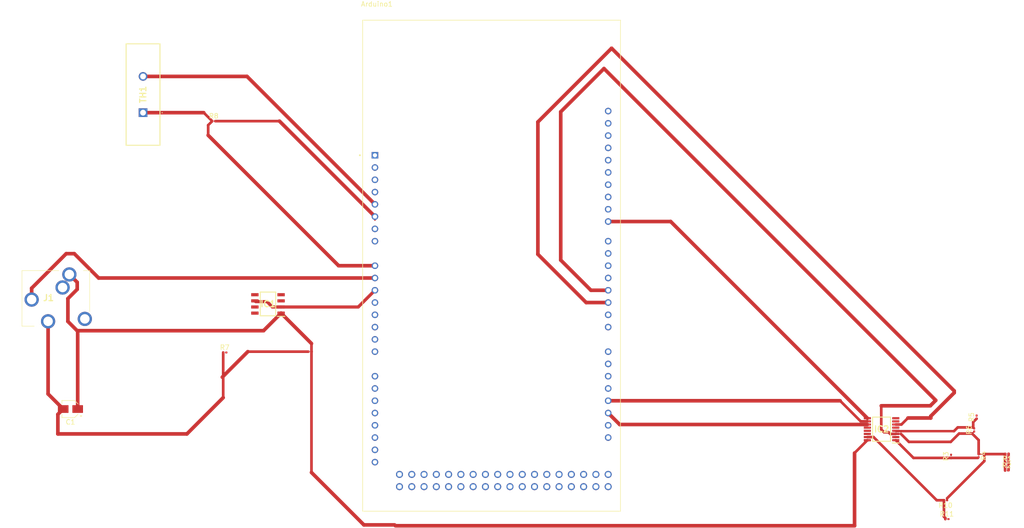
<source format=kicad_pcb>
(kicad_pcb (version 20221018) (generator pcbnew)
  (layers (0 "F.Cu" signal) (31 "B.Cu" signal) (34 "B.Paste" user) (35 "F.Paste" user) (36 "B.SilkS" user "B.Silkscreen") (37 "F.SilkS" user "F.Silkscreen") (38 "B.Mask" user) (39 "F.Mask" user) (44 "Edge.Cuts" user))
  (net 0 "")
  (net 5 "Net-(Arduino1-+5V_1)")
  (net 6 "Net-(IC1-OUT_A)")
  (net 9 "Net-(Arduino1-ADC0)")
  (net 10 "Net-(Arduino1-ADC1)")
  (net 11 "Net-(Arduino1-ADC2)")
  (net 63 "Net-(Arduino1-D19{slash}RX1)")
  (net 64 "Net-(Arduino1-D18{slash}TX1)")
  (net 71 "Net-(Arduino1-D2)")
  (net 72 "0")
  (net 75 "Net-(Arduino1-D8)")
  (net 85 "Net-(C1-Pad2)")
  (net 90 "Net-(IC2-S4)")
  (net 92 "Net-(IC2-S7)")
  (net 94 "unconnected-(IC2-VSS-Pad7)")
  (net 98 "Net-(IC2-S2)")
  (net 101 "Net-(R1-Pad1)")
  (footprint "JACK:35RAPC4BH3" (layer "F.Cu") (at 53.225 73.125)
    (fp_text reference "J1" (at 3.489 -0.35) (layer "F.SilkS") (effects (font (size 1.27 1.27) (thickness 0.254))))
    (fp_text value "35RAPC4BH3" hide)
    (fp_line (start -2 -6) (end -2 5.5) (stroke (width 0.1)) (layer "F.SilkS"))
    (fp_line (start -2 5.5) (end 0.54 5.5) (stroke (width 0.1)) (layer "F.SilkS"))
    (fp_line (start 5.62 -6) (end -2 -6) (stroke (width 0.1)) (layer "F.SilkS"))
    (fp_line (start 12 -6) (end 10.7 -6) (stroke (width 0.1)) (layer "F.SilkS"))
    (fp_line (start 12 2.5) (end 12 -6) (stroke (width 0.1)) (layer "F.SilkS"))
    (pad "1" thru_hole circle (at 0 0) (size 2.955 2.955) (drill 1.9698) (layers "*.Cu" "*.Mask") (net 10 "Net-(Arduino1-ADC1)"))
    (pad "2" thru_hole circle (at 7.8 -5.2) (size 2.955 2.955) (drill 1.9698) (layers "*.Cu" "*.Mask") (net 6 "Net-(IC1-OUT_A)"))
    (pad "3" thru_hole circle (at 6.4 -2.5) (size 2.955 2.955) (drill 1.9698) (layers "*.Cu" "*.Mask"))
    (pad "4" thru_hole circle (at 11 4) (size 2.955 2.955) (drill 1.9698) (layers "*.Cu" "*.Mask"))
    (pad "5" thru_hole circle (at 3.4 4.5) (size 2.955 2.955) (drill 1.9698) (layers "*.Cu" "*.Mask") (net 85 "Net-(C1-Pad2)"))
  )
  (footprint "Resistor_SMD:R_0201_0603Metric" (layer "F.Cu") (at 242.321 114.65 180)
    (fp_text reference "R10" (at 0 -1.05) (layer "F.SilkS"))
    (fp_text value "910Kohm")
    (pad "1" smd roundrect (at -0.32 0 180) (size 0.46 0.4) (layers "F.Cu" "F.Mask") (net 72 "0"))
    (pad "2" smd roundrect (at 0.32 0 180) (size 0.46 0.4) (layers "F.Cu" "F.Mask") (net 98 "Net-(IC2-S2)"))
  )
  (footprint "Resistor_SMD:R_0201_0603Metric" (layer "F.Cu") (at 90.905 36.2)
    (fp_text reference "R8" (at 0 -1.05) (layer "F.SilkS"))
    (fp_text value "10kohm")
    (pad "1" smd roundrect (at -0.32 0) (size 0.46 0.4) (layers "F.Cu" "F.Mask") (net 9 "Net-(Arduino1-ADC0)"))
    (pad "2" smd roundrect (at 0.32 0) (size 0.46 0.4) (layers "F.Cu" "F.Mask") (net 6 "Net-(IC1-OUT_A)"))
  )
  (footprint "Resistor_SMD:R_0201_0603Metric" (layer "F.Cu") (at 243.476 105.57 90)
    (fp_text reference "R3" (at 0 -1.05 90) (layer "F.SilkS"))
    (fp_text value "910Kohm")
    (pad "1" smd roundrect (at -0.32 0 90) (size 0.46 0.4) (layers "F.Cu" "F.Mask") (net 90 "Net-(IC2-S4)"))
    (pad "2" smd roundrect (at 0.32 0 90) (size 0.46 0.4) (layers "F.Cu" "F.Mask"))
  )
  (footprint "Resistor_SMD:R_0201_0603Metric" (layer "F.Cu") (at 93.18 84.075)
    (fp_text reference "R7" (at 0 -1.05) (layer "F.SilkS"))
    (fp_text value "10kohm" hide)
    (pad "1" smd roundrect (at -0.32 0) (size 0.46 0.4) (layers "F.Cu" "F.Mask") (net 85 "Net-(C1-Pad2)"))
    (pad "2" smd roundrect (at 0.32 0) (size 0.46 0.4) (layers "F.Cu" "F.Mask") (net 5 "Net-(Arduino1-+5V_1)"))
  )
  (footprint "thermistor ntc:B57364S0300M000" (layer "F.Cu") (at 76.275 34.45 90)
    (fp_text reference "TH1" (at 3.75 0 90) (layer "F.SilkS") (effects (font (size 1.27 1.27) (thickness 0.254))))
    (fp_text value "Thermistor_NTC" hide)
    (fp_line (start -6.75 -3.5) (end -6.75 3.5) (stroke (width 0.2)) (layer "F.SilkS"))
    (fp_line (start -6.75 3.5) (end 14.25 3.5) (stroke (width 0.2)) (layer "F.SilkS"))
    (fp_line (start 0 3.9) (end 0 3.9) (stroke (width 0.1)) (layer "F.SilkS"))
    (fp_line (start 0 4) (end 0 4) (stroke (width 0.1)) (layer "F.SilkS"))
    (fp_line (start 14.25 -3.5) (end -6.75 -3.5) (stroke (width 0.2)) (layer "F.SilkS"))
    (fp_line (start 14.25 3.5) (end 14.25 -3.5) (stroke (width 0.2)) (layer "F.SilkS"))
    (fp_arc (start 0 3.9) (mid 0.05 3.95) (end 0 4) (stroke (width 0.1)) (layer "F.SilkS"))
    (fp_arc (start 0 4) (mid -0.05 3.95) (end 0 3.9) (stroke (width 0.1)) (layer "F.SilkS"))
    (pad "1" thru_hole rect (at 0 0 90) (size 1.8 1.8) (drill 1.2) (layers "*.Cu" "*.Mask") (net 9 "Net-(Arduino1-ADC0)"))
    (pad "2" thru_hole circle (at 7.5 0 90) (size 1.8 1.8) (drill 1.2) (layers "*.Cu" "*.Mask") (net 5 "Net-(Arduino1-+5V_1)"))
  )
  (footprint "Tmux4051:SOP65P640X120-16N" (layer "F.Cu") (at 229.088 99.95 180)
    (fp_text reference "IC2" (at 0 0) (layer "F.SilkS") (effects (font (size 1.27 1.27) (thickness 0.254))))
    (fp_text value "TMUX4051PWR" hide)
    (fp_line (start -3.675 -2.85) (end -2.2 -2.85) (stroke (width 0.2)) (layer "F.SilkS"))
    (fp_line (start -1.85 -2.5) (end 1.85 -2.5) (stroke (width 0.2)) (layer "F.SilkS"))
    (fp_line (start -1.85 2.5) (end -1.85 -2.5) (stroke (width 0.2)) (layer "F.SilkS"))
    (fp_line (start 1.85 -2.5) (end 1.85 2.5) (stroke (width 0.2)) (layer "F.SilkS"))
    (fp_line (start 1.85 2.5) (end -1.85 2.5) (stroke (width 0.2)) (layer "F.SilkS"))
    (pad "1" smd rect (at -2.938 -2.275 270) (size 0.45 1.475) (layers "F.Cu" "F.Paste" "F.Mask") (net 90 "Net-(IC2-S4)"))
    (pad "2" smd rect (at -2.938 -1.625 270) (size 0.45 1.475) (layers "F.Cu" "F.Paste" "F.Mask"))
    (pad "3" smd rect (at -2.938 -0.975 270) (size 0.45 1.475) (layers "F.Cu" "F.Paste" "F.Mask") (net 72 "0"))
    (pad "4" smd rect (at -2.938 -0.325 270) (size 0.45 1.475) (layers "F.Cu" "F.Paste" "F.Mask") (net 92 "Net-(IC2-S7)"))
    (pad "5" smd rect (at -2.938 0.325 270) (size 0.45 1.475) (layers "F.Cu" "F.Paste" "F.Mask"))
    (pad "6" smd rect (at -2.938 0.975 270) (size 0.45 1.475) (layers "F.Cu" "F.Paste" "F.Mask") (net 71 "Net-(Arduino1-D2)"))
    (pad "7" smd rect (at -2.938 1.625 270) (size 0.45 1.475) (layers "F.Cu" "F.Paste" "F.Mask") (net 94 "unconnected-(IC2-VSS-Pad7)"))
    (pad "8" smd rect (at -2.938 2.275 270) (size 0.45 1.475) (layers "F.Cu" "F.Paste" "F.Mask") (net 6 "Net-(IC1-OUT_A)"))
    (pad "9" smd rect (at 2.938 2.275 270) (size 0.45 1.475) (layers "F.Cu" "F.Paste" "F.Mask") (net 75 "Net-(Arduino1-D8)"))
    (pad "10" smd rect (at 2.938 1.625 270) (size 0.45 1.475) (layers "F.Cu" "F.Paste" "F.Mask") (net 64 "Net-(Arduino1-D18{slash}TX1)"))
    (pad "11" smd rect (at 2.938 0.975 270) (size 0.45 1.475) (layers "F.Cu" "F.Paste" "F.Mask") (net 63 "Net-(Arduino1-D19{slash}RX1)"))
    (pad "12" smd rect (at 2.938 0.325 270) (size 0.45 1.475) (layers "F.Cu" "F.Paste" "F.Mask"))
    (pad "13" smd rect (at 2.938 -0.325 270) (size 0.45 1.475) (layers "F.Cu" "F.Paste" "F.Mask"))
    (pad "14" smd rect (at 2.938 -0.975 270) (size 0.45 1.475) (layers "F.Cu" "F.Paste" "F.Mask"))
    (pad "15" smd rect (at 2.938 -1.625 270) (size 0.45 1.475) (layers "F.Cu" "F.Paste" "F.Mask") (net 98 "Net-(IC2-S2)"))
    (pad "16" smd rect (at 2.938 -2.275 270) (size 0.45 1.475) (layers "F.Cu" "F.Paste" "F.Mask") (net 6 "Net-(IC1-OUT_A)"))
  )
  (footprint "A000062 (2):MODULE_A000062" (layer "F.Cu") (at 148.39 66.12)
    (fp_text reference "Arduino1" (at -23.745 -54.135) (layer "F.SilkS"))
    (fp_text value "DUE")
    (fp_line (start -26.67 -50.8) (end 26.67 -50.8) (stroke (width 0.127)) (layer "F.SilkS"))
    (fp_line (start -26.67 50.8) (end -26.67 -50.8) (stroke (width 0.127)) (layer "F.SilkS"))
    (fp_line (start 26.67 -50.8) (end 26.67 50.8) (stroke (width 0.127)) (layer "F.SilkS"))
    (fp_line (start 26.67 50.8) (end -26.67 50.8) (stroke (width 0.127)) (layer "F.SilkS"))
    (fp_circle (center -27.25 -22.86) (end -27.15 -22.86) (stroke (width 0.2)) (fill none) (layer "F.SilkS"))
    (pad "" np_thru_hole circle (at -24.13 -36.83) (size 3.2 3.2) (drill 3.2) (layers "*.Cu" "*.Mask"))
    (pad "" np_thru_hole circle (at -24.13 45.72) (size 3.2 3.2) (drill 3.2) (layers "*.Cu" "*.Mask"))
    (pad "" np_thru_hole circle (at -19.05 15.24) (size 3.2 3.2) (drill 3.2) (layers "*.Cu" "*.Mask"))
    (pad "" np_thru_hole circle (at 8.89 15.24) (size 3.2 3.2) (drill 3.2) (layers "*.Cu" "*.Mask"))
    (pad "" np_thru_hole circle (at 24.13 -35.56) (size 3.2 3.2) (drill 3.2) (layers "*.Cu" "*.Mask"))
    (pad "" np_thru_hole circle (at 24.13 39.37) (size 3.2 3.2) (drill 3.2) (layers "*.Cu" "*.Mask"))
    (pad "0" thru_hole circle (at 24.13 12.7) (size 1.358 1.358) (drill 0.85) (layers "*.Cu" "*.Mask"))
    (pad "1" thru_hole circle (at 24.13 10.16) (size 1.358 1.358) (drill 0.85) (layers "*.Cu" "*.Mask"))
    (pad "2" thru_hole circle (at 24.13 7.62) (size 1.358 1.358) (drill 0.85) (layers "*.Cu" "*.Mask") (net 71 "Net-(Arduino1-D2)"))
    (pad "3" thru_hole circle (at 24.13 5.08) (size 1.358 1.358) (drill 0.85) (layers "*.Cu" "*.Mask") (net 72 "0"))
    (pad "3V3" thru_hole circle (at -24.13 -15.24) (size 1.358 1.358) (drill 0.85) (layers "*.Cu" "*.Mask"))
    (pad "4" thru_hole circle (at 24.13 2.54) (size 1.358 1.358) (drill 0.85) (layers "*.Cu" "*.Mask") (net 63 "Net-(Arduino1-D19{slash}RX1)"))
    (pad "5" thru_hole circle (at 24.13 0) (size 1.358 1.358) (drill 0.85) (layers "*.Cu" "*.Mask"))
    (pad "5V_1" thru_hole circle (at -24.13 -12.7) (size 1.358 1.358) (drill 0.85) (layers "*.Cu" "*.Mask") (net 5 "Net-(Arduino1-+5V_1)"))
    (pad "5V_2" thru_hole circle (at 24.13 43.18) (size 1.458 1.458) (drill 0.95) (layers "*.Cu" "*.Mask"))
    (pad "5V_3" thru_hole circle (at 24.13 45.72) (size 1.458 1.458) (drill 0.95) (layers "*.Cu" "*.Mask"))
    (pad "6" thru_hole circle (at 24.13 -2.54) (size 1.358 1.358) (drill 0.85) (layers "*.Cu" "*.Mask"))
    (pad "7" thru_hole circle (at 24.13 -5.08) (size 1.358 1.358) (drill 0.85) (layers "*.Cu" "*.Mask") (net 64 "Net-(Arduino1-D18{slash}TX1)"))
    (pad "8" thru_hole circle (at 24.13 -9.144) (size 1.358 1.358) (drill 0.85) (layers "*.Cu" "*.Mask") (net 75 "Net-(Arduino1-D8)"))
    (pad "9" thru_hole circle (at 24.13 -11.684) (size 1.358 1.358) (drill 0.85) (layers "*.Cu" "*.Mask"))
    (pad "10" thru_hole circle (at 24.13 -14.224) (size 1.358 1.358) (drill 0.85) (layers "*.Cu" "*.Mask"))
    (pad "11" thru_hole circle (at 24.13 -16.764) (size 1.358 1.358) (drill 0.85) (layers "*.Cu" "*.Mask"))
    (pad "12" thru_hole circle (at 24.13 -19.304) (size 1.358 1.358) (drill 0.85) (layers "*.Cu" "*.Mask"))
    (pad "13" thru_hole circle (at 24.13 -21.844) (size 1.358 1.358) (drill 0.85) (layers "*.Cu" "*.Mask"))
    (pad "14" thru_hole circle (at 24.13 17.78) (size 1.358 1.358) (drill 0.85) (layers "*.Cu" "*.Mask"))
    (pad "15" thru_hole circle (at 24.13 20.32) (size 1.358 1.358) (drill 0.85) (layers "*.Cu" "*.Mask"))
    (pad "16" thru_hole circle (at 24.13 22.86) (size 1.358 1.358) (drill 0.85) (layers "*.Cu" "*.Mask"))
    (pad "17" thru_hole circle (at 24.13 25.4) (size 1.358 1.358) (drill 0.85) (layers "*.Cu" "*.Mask"))
    (pad "18" thru_hole circle (at 24.13 27.94) (size 1.358 1.358) (drill 0.85) (layers "*.Cu" "*.Mask") (net 64 "Net-(Arduino1-D18{slash}TX1)"))
    (pad "19" thru_hole circle (at 24.13 30.48) (size 1.358 1.358) (drill 0.85) (layers "*.Cu" "*.Mask") (net 63 "Net-(Arduino1-D19{slash}RX1)"))
    (pad "20" thru_hole circle (at 24.13 33.02) (size 1.358 1.358) (drill 0.85) (layers "*.Cu" "*.Mask"))
    (pad "21" thru_hole circle (at 24.13 35.56) (size 1.358 1.358) (drill 0.85) (layers "*.Cu" "*.Mask"))
    (pad "22" thru_hole circle (at 21.59 43.18) (size 1.458 1.458) (drill 0.95) (layers "*.Cu" "*.Mask"))
    (pad "23" thru_hole circle (at 21.59 45.72) (size 1.458 1.458) (drill 0.95) (layers "*.Cu" "*.Mask"))
    (pad "24" thru_hole circle (at 19.05 43.18) (size 1.458 1.458) (drill 0.95) (layers "*.Cu" "*.Mask"))
    (pad "25" thru_hole circle (at 19.05 45.72) (size 1.458 1.458) (drill 0.95) (layers "*.Cu" "*.Mask"))
    (pad "26" thru_hole circle (at 16.51 43.18) (size 1.458 1.458) (drill 0.95) (layers "*.Cu" "*.Mask"))
    (pad "27" thru_hole circle (at 16.51 45.72) (size 1.458 1.458) (drill 0.95) (layers "*.Cu" "*.Mask"))
    (pad "28" thru_hole circle (at 13.97 43.18) (size 1.458 1.458) (drill 0.95) (layers "*.Cu" "*.Mask"))
    (pad "29" thru_hole circle (at 13.97 45.72) (size 1.458 1.458) (drill 0.95) (layers "*.Cu" "*.Mask"))
    (pad "30" thru_hole circle (at 11.43 43.18) (size 1.458 1.458) (drill 0.95) (layers "*.Cu" "*.Mask"))
    (pad "31" thru_hole circle (at 11.43 45.72) (size 1.458 1.458) (drill 0.95) (layers "*.Cu" "*.Mask"))
    (pad "32" thru_hole circle (at 8.89 43.18) (size 1.458 1.458) (drill 0.95) (layers "*.Cu" "*.Mask"))
    (pad "33" thru_hole circle (at 8.89 45.72) (size 1.458 1.458) (drill 0.95) (layers "*.Cu" "*.Mask"))
    (pad "34" thru_hole circle (at 6.35 43.18) (size 1.458 1.458) (drill 0.95) (layers "*.Cu" "*.Mask"))
    (pad "35" thru_hole circle (at 6.35 45.72) (size 1.458 1.458) (drill 0.95) (layers "*.Cu" "*.Mask"))
    (pad "36" thru_hole circle (at 3.81 43.18) (size 1.458 1.458) (drill 0.95) (layers "*.Cu" "*.Mask"))
    (pad "37" thru_hole circle (at 3.81 45.72) (size 1.458 1.458) (drill 0.95) (layers "*.Cu" "*.Mask"))
    (pad "38" thru_hole circle (at 1.27 43.18) (size 1.458 1.458) (drill 0.95) (layers "*.Cu" "*.Mask"))
    (pad "39" thru_hole circle (at 1.27 45.72) (size 1.458 1.458) (drill 0.95) (layers "*.Cu" "*.Mask"))
    (pad "40" thru_hole circle (at -1.27 43.18) (size 1.458 1.458) (drill 0.95) (layers "*.Cu" "*.Mask"))
    (pad "41" thru_hole circle (at -1.27 45.72) (size 1.458 1.458) (drill 0.95) (layers "*.Cu" "*.Mask"))
    (pad "42" thru_hole circle (at -3.81 43.18) (size 1.458 1.458) (drill 0.95) (layers "*.Cu" "*.Mask"))
    (pad "43" thru_hole circle (at -3.81 45.72) (size 1.458 1.458) (drill 0.95) (layers "*.Cu" "*.Mask"))
    (pad "44" thru_hole circle (at -6.35 43.18) (size 1.458 1.458) (drill 0.95) (layers "*.Cu" "*.Mask"))
    (pad "45" thru_hole circle (at -6.35 45.72) (size 1.458 1.458) (drill 0.95) (layers "*.Cu" "*.Mask"))
    (pad "46" thru_hole circle (at -8.89 43.18) (size 1.458 1.458) (drill 0.95) (layers "*.Cu" "*.Mask"))
    (pad "47" thru_hole circle (at -8.89 45.72) (size 1.458 1.458) (drill 0.95) (layers "*.Cu" "*.Mask"))
    (pad "48" thru_hole circle (at -11.43 43.18) (size 1.458 1.458) (drill 0.95) (layers "*.Cu" "*.Mask"))
    (pad "49" thru_hole circle (at -11.43 45.72) (size 1.458 1.458) (drill 0.95) (layers "*.Cu" "*.Mask"))
    (pad "50" thru_hole circle (at -13.97 43.18) (size 1.458 1.458) (drill 0.95) (layers "*.Cu" "*.Mask"))
    (pad "51" thru_hole circle (at -13.97 45.72) (size 1.458 1.458) (drill 0.95) (layers "*.Cu" "*.Mask"))
    (pad "52" thru_hole circle (at -16.51 43.18) (size 1.458 1.458) (drill 0.95) (layers "*.Cu" "*.Mask"))
    (pad "53" thru_hole circle (at -16.51 45.72) (size 1.458 1.458) (drill 0.95) (layers "*.Cu" "*.Mask"))
    (pad "AD0" thru_hole circle (at -24.13 0) (size 1.358 1.358) (drill 0.85) (layers "*.Cu" "*.Mask") (net 9 "Net-(Arduino1-ADC0)"))
    (pad "AD1" thru_hole circle (at -24.13 2.54) (size 1.358 1.358) (drill 0.85) (layers "*.Cu" "*.Mask") (net 10 "Net-(Arduino1-ADC1)"))
    (pad "AD2" thru_hole circle (at -24.13 5.08) (size 1.358 1.358) (drill 0.85) (layers "*.Cu" "*.Mask") (net 11 "Net-(Arduino1-ADC2)"))
    (pad "AD3" thru_hole circle (at -24.13 7.62) (size 1.358 1.358) (drill 0.85) (layers "*.Cu" "*.Mask"))
    (pad "AD4" thru_hole circle (at -24.13 10.16) (size 1.358 1.358) (drill 0.85) (layers "*.Cu" "*.Mask"))
    (pad "AD5" thru_hole circle (at -24.13 12.7) (size 1.358 1.358) (drill 0.85) (layers "*.Cu" "*.Mask"))
    (pad "AD6" thru_hole circle (at -24.13 15.24) (size 1.358 1.358) (drill 0.85) (layers "*.Cu" "*.Mask"))
    (pad "AD7" thru_hole circle (at -24.13 17.78) (size 1.358 1.358) (drill 0.85) (layers "*.Cu" "*.Mask"))
    (pad "AD8" thru_hole circle (at -24.13 22.86) (size 1.358 1.358) (drill 0.85) (layers "*.Cu" "*.Mask"))
    (pad "AD9" thru_hole circle (at -24.13 25.4) (size 1.358 1.358) (drill 0.85) (layers "*.Cu" "*.Mask"))
    (pad "AD10" thru_hole circle (at -24.13 27.94) (size 1.358 1.358) (drill 0.85) (layers "*.Cu" "*.Mask"))
    (pad "AD11" thru_hole circle (at -24.13 30.48) (size 1.358 1.358) (drill 0.85) (layers "*.Cu" "*.Mask"))
    (pad "AREF" thru_hole circle (at 24.13 -26.924) (size 1.358 1.358) (drill 0.85) (layers "*.Cu" "*.Mask"))
    (pad "CANRX0" thru_hole circle (at -24.13 38.1) (size 1.358 1.358) (drill 0.85) (layers "*.Cu" "*.Mask"))
    (pad "CANTX0" thru_hole circle (at -24.13 40.64) (size 1.358 1.358) (drill 0.85) (layers "*.Cu" "*.Mask"))
    (pad "DAC0" thru_hole circle (at -24.13 33.02) (size 1.358 1.358) (drill 0.85) (layers "*.Cu" "*.Mask"))
    (pad "DAC1" thru_hole circle (at -24.13 35.56) (size 1.358 1.358) (drill 0.85) (layers "*.Cu" "*.Mask"))
    (pad "GND1" thru_hole circle (at -24.13 -10.16) (size 1.358 1.358) (drill 0.85) (layers "*.Cu" "*.Mask") (net 6 "Net-(IC1-OUT_A)"))
    (pad "GND2" thru_hole circle (at -24.13 -7.62) (size 1.358 1.358) (drill 0.85) (layers "*.Cu" "*.Mask"))
    (pad "GND3" thru_hole circle (at 24.13 -24.384) (size 1.358 1.358) (drill 0.85) (layers "*.Cu" "*.Mask"))
    (pad "GND4" thru_hole circle (at -19.05 43.18) (size 1.458 1.458) (drill 0.95) (layers "*.Cu" "*.Mask"))
    (pad "GND5" thru_hole circle (at -19.05 45.72) (size 1.458 1.458) (drill 0.95) (layers "*.Cu" "*.Mask"))
    (pad "IOREF" thru_hole circle (at -24.13 -20.32) (size 1.358 1.358) (drill 0.85) (layers "*.Cu" "*.Mask"))
    (pad "NC" thru_hole rect (at -24.13 -22.86) (size 1.358 1.358) (drill 0.85) (layers "*.Cu" "*.Mask"))
    (pad "RESET" thru_hole circle (at -24.13 -17.78) (size 1.358 1.358) (drill 0.85) (layers "*.Cu" "*.Mask"))
    (pad "SCL" thru_hole circle (at 24.13 -32.004) (size 1.358 1.358) (drill 0.85) (layers "*.Cu" "*.Mask"))
    (pad "SDA" thru_hole circle (at 24.13 -29.464) (size 1.358 1.358) (drill 0.85) (layers "*.Cu" "*.Mask"))
    (pad "VIN" thru_hole circle (at -24.13 -5.08) (size 1.358 1.358) (drill 0.85) (layers "*.Cu" "*.Mask"))
  )
  (footprint "Resistor_SMD:R_0201_0603Metric" (layer "F.Cu") (at 110.805 83.9)
    (fp_text reference "R9" hide)
    (fp_text value "10kohm")
    (pad "1" smd roundrect (at -0.32 0) (size 0.46 0.4) (layers "F.Cu" "F.Mask") (net 85 "Net-(C1-Pad2)"))
    (pad "2" smd roundrect (at 0.32 0) (size 0.46 0.4) (layers "F.Cu" "F.Mask") (net 6 "Net-(IC1-OUT_A)"))
  )
  (footprint "Resistor_SMD:R_0201_0603Metric" (layer "F.Cu") (at 254.971 108.5)
    (fp_text reference "R2" (at 0 -1.05) (layer "F.SilkS"))
    (fp_text value "270kohm")
    (pad "1" smd roundrect (at -0.32 0) (size 0.46 0.4) (layers "F.Cu" "F.Mask") (net 72 "0"))
    (pad "2" smd roundrect (at 0.32 0) (size 0.46 0.4) (layers "F.Cu" "F.Mask") (net 101 "Net-(R1-Pad1)"))
  )
  (footprint "Resistor_SMD:R_0201_0603Metric" (layer "F.Cu") (at 248.256 100.1 90)
    (fp_text reference "R6" (at 0 -1.05 90) (layer "F.SilkS"))
    (fp_text value "300kohm")
    (pad "1" smd roundrect (at -0.32 0 90) (size 0.46 0.4) (layers "F.Cu" "F.Mask") (net 72 "0"))
    (pad "2" smd roundrect (at 0.32 0 90) (size 0.46 0.4) (layers "F.Cu" "F.Mask") (net 92 "Net-(IC2-S7)"))
  )
  (footprint "Capacitor_SMD:CP_Elec_3x5.3" (layer "F.Cu") (at 61.25 95.775 180)
    (fp_text reference "C1" (at 0 -2.7) (layer "F.SilkS"))
    (fp_text value "100 uF" hide)
    (fp_line (start -2.375 -1.435) (end -2 -1.435) (stroke (width 0.12)) (layer "F.SilkS"))
    (fp_line (start -2.1875 -1.6225) (end -2.1875 -1.2475) (stroke (width 0.12)) (layer "F.SilkS"))
    (fp_line (start -1.570563 -1.06) (end -0.870563 -1.76) (stroke (width 0.12)) (layer "F.SilkS"))
    (fp_line (start -1.570563 1.06) (end -0.870563 1.76) (stroke (width 0.12)) (layer "F.SilkS"))
    (fp_line (start -0.870563 -1.76) (end 1.76 -1.76) (stroke (width 0.12)) (layer "F.SilkS"))
    (fp_line (start -0.870563 1.76) (end 1.76 1.76) (stroke (width 0.12)) (layer "F.SilkS"))
    (fp_line (start 1.76 -1.76) (end 1.76 -1.06) (stroke (width 0.12)) (layer "F.SilkS"))
    (fp_line (start 1.76 1.76) (end 1.76 1.06) (stroke (width 0.12)) (layer "F.SilkS"))
    (pad "1" smd rect (at -1.5 0 180) (size 2.2 1.6) (layers "F.Cu" "F.Paste" "F.Mask") (net 6 "Net-(IC1-OUT_A)"))
    (pad "2" smd rect (at 1.5 0 180) (size 2.2 1.6) (layers "F.Cu" "F.Paste" "F.Mask") (net 85 "Net-(C1-Pad2)"))
  )
  (footprint "Resistor_SMD:R_0201_0603Metric" (layer "F.Cu") (at 242.606 118.55)
    (fp_text reference "R11" (at 0 -1.05) (layer "F.SilkS"))
    (fp_text value "910Kohm")
    (pad "1" smd roundrect (at -0.32 0) (size 0.46 0.4) (layers "F.Cu" "F.Mask") (net 98 "Net-(IC2-S2)"))
    (pad "2" smd roundrect (at 0.32 0) (size 0.46 0.4) (layers "F.Cu" "F.Mask"))
  )
  (footprint "Resistor_SMD:R_0201_0603Metric" (layer "F.Cu") (at 248.756 97.45 90)
    (fp_text reference "R5" (at 0 -1.05 90) (layer "F.SilkS"))
    (fp_text value "910 kohms")
    (pad "1" smd roundrect (at -0.32 0 90) (size 0.46 0.4) (layers "F.Cu" "F.Mask") (net 92 "Net-(IC2-S7)"))
    (pad "2" smd roundrect (at 0.32 0 90) (size 0.46 0.4) (layers "F.Cu" "F.Mask"))
  )
  (footprint "OPA182:SOIC127P600X175-8N" (layer "F.Cu") (at 102.125 74.025 180)
    (fp_text reference "IC1" (at 0 0) (layer "F.SilkS") (effects (font (size 1.27 1.27) (thickness 0.254))))
    (fp_text value "OPA182IDR" hide)
    (fp_line (start -3.475 -2.58) (end -1.948 -2.58) (stroke (width 0.2)) (layer "F.SilkS"))
    (fp_line (start -1.598 -2.452) (end 1.598 -2.452) (stroke (width 0.2)) (layer "F.SilkS"))
    (fp_line (start -1.598 2.452) (end -1.598 -2.452) (stroke (width 0.2)) (layer "F.SilkS"))
    (fp_line (start 1.598 -2.452) (end 1.598 2.452) (stroke (width 0.2)) (layer "F.SilkS"))
    (fp_line (start 1.598 2.452) (end -1.598 2.452) (stroke (width 0.2)) (layer "F.SilkS"))
    (pad "1" smd rect (at -2.711 -1.905 270) (size 0.65 1.528) (layers "F.Cu" "F.Paste" "F.Mask") (net 6 "Net-(IC1-OUT_A)"))
    (pad "2" smd rect (at -2.711 -0.635 270) (size 0.65 1.528) (layers "F.Cu" "F.Paste" "F.Mask") (net 11 "Net-(Arduino1-ADC2)"))
    (pad "3" smd rect (at -2.711 0.635 270) (size 0.65 1.528) (layers "F.Cu" "F.Paste" "F.Mask"))
    (pad "4" smd rect (at -2.711 1.905 270) (size 0.65 1.528) (layers "F.Cu" "F.Paste" "F.Mask"))
    (pad "5" smd rect (at 2.711 1.905 270) (size 0.65 1.528) (layers "F.Cu" "F.Paste" "F.Mask"))
    (pad "6" smd rect (at 2.711 0.635 270) (size 0.65 1.528) (layers "F.Cu" "F.Paste" "F.Mask") (net 11 "Net-(Arduino1-ADC2)"))
    (pad "7" smd rect (at 2.711 -0.635 270) (size 0.65 1.528) (layers "F.Cu" "F.Paste" "F.Mask"))
    (pad "8" smd rect (at 2.711 -1.905 270) (size 0.65 1.528) (layers "F.Cu" "F.Paste" "F.Mask") (net 5 "Net-(Arduino1-+5V_1)"))
  )
  (footprint "Resistor_SMD:R_0201_0603Metric" (layer "F.Cu") (at 249.176 105.42 -90)
    (fp_text reference "R4" (at 0 -1.05 90) (layer "F.SilkS"))
    (fp_text value "450kohm")
    (pad "1" smd roundrect (at -0.32 0 270) (size 0.46 0.4) (layers "F.Cu" "F.Mask") (net 72 "0"))
    (pad "2" smd roundrect (at 0.32 0 270) (size 0.46 0.4) (layers "F.Cu" "F.Mask") (net 90 "Net-(IC2-S4)"))
  )
  (footprint "Resistor_SMD:R_0201_0603Metric" (layer "F.Cu") (at 255.046 105.025 180)
    (fp_text reference "R1" (at 0 -1.05) (layer "F.SilkS"))
    (fp_text value "910kohm")
    (pad "1" smd roundrect (at -0.32 0 180) (size 0.46 0.4) (layers "F.Cu" "F.Mask") (net 101 "Net-(R1-Pad1)"))
    (pad "2" smd roundrect (at 0.32 0 180) (size 0.46 0.4) (layers "F.Cu" "F.Mask") (net 72 "0"))
  )
  (segment (start 76.275 26.95) (end 97.79 26.95) (width 0.75) (layer "F.Cu") (net 5))
  (segment (start 97.79 26.95) (end 124.26 53.42) (width 0.75) (layer "F.Cu") (net 5))
  (segment (start 226.15 102.35) (end 226.075 102.425) (width 0.25) (layer "F.Cu") (net 6))
  (segment (start 60.725 77.65) (end 60.725 72.925) (width 0.75) (layer "F.Cu") (net 6))
  (segment (start 124.26 55.96) (end 124.26 56.735) (width 0.25) (layer "F.Cu") (net 6))
  (segment (start 62.6375 79.5625) (end 60.725 77.65) (width 0.75) (layer "F.Cu") (net 6))
  (segment (start 62.65 69.55) (end 61.025 67.925) (width 0.75) (layer "F.Cu") (net 6))
  (segment (start 101.2035 79.5625) (end 104.836 75.93) (width 0.75) (layer "F.Cu") (net 6))
  (segment (start 226.275 102.35) (end 226.375 102.35) (width 0.25) (layer "F.Cu") (net 6))
  (segment (start 62.75 95.775) (end 62.75 79.675) (width 0.75) (layer "F.Cu") (net 6))
  (segment (start 127.625 119.925) (end 128.5 119.925) (width 0.25) (layer "F.Cu") (net 6))
  (segment (start 127.525 119.925) (end 127.625 119.925) (width 0.25) (layer "F.Cu") (net 6))
  (segment (start 62.65 95.775) (end 62.4 96.025) (width 0.25) (layer "F.Cu") (net 6))
  (segment (start 60.725 72.925) (end 62.65 71) (width 0.75) (layer "F.Cu") (net 6))
  (segment (start 128.325 119.75) (end 128.5 119.925) (width 0.55) (layer "F.Cu") (net 6))
  (segment (start 111.125 83.9) (end 111.125 108.9) (width 0.55) (layer "F.Cu") (net 6))
  (segment (start 111.125 82.219) (end 104.836 75.93) (width 0.75) (layer "F.Cu") (net 6))
  (segment (start 223.5 119.925) (end 223.5 104.875) (width 0.75) (layer "F.Cu") (net 6))
  (segment (start 111.125 83.9) (end 111.125 82.219) (width 0.55) (layer "F.Cu") (net 6))
  (segment (start 226.15 102.225) (end 226.275 102.35) (width 0.25) (layer "F.Cu") (net 6))
  (segment (start 232.026 97.675) (end 232.026 97.701) (width 0.25) (layer "F.Cu") (net 6))
  (segment (start 226.15 102.225) (end 226.15 102.35) (width 0.25) (layer "F.Cu") (net 6))
  (segment (start 104.5 36.2) (end 124.26 55.96) (width 0.75) (layer "F.Cu") (net 6))
  (segment (start 62.75 95.775) (end 62.65 95.775) (width 0.25) (layer "F.Cu") (net 6))
  (segment (start 62.65 71) (end 62.65 69.55) (width 0.75) (layer "F.Cu") (net 6))
  (segment (start 128.5 119.925) (end 223.5 119.925) (width 0.75) (layer "F.Cu") (net 6))
  (segment (start 62.75 79.675) (end 62.6375 79.5625) (width 0.25) (layer "F.Cu") (net 6))
  (segment (start 62.6375 79.5625) (end 101.2035 79.5625) (width 0.75) (layer "F.Cu") (net 6))
  (segment (start 91.225 36.2) (end 104.5 36.2) (width 0.55) (layer "F.Cu") (net 6))
  (segment (start 223.5 104.875) (end 226.15 102.225) (width 0.55) (layer "F.Cu") (net 6))
  (segment (start 111.125 108.9) (end 121.975 119.75) (width 0.75) (layer "F.Cu") (net 6))
  (segment (start 121.975 119.75) (end 128.325 119.75) (width 0.75) (layer "F.Cu") (net 6))
  (segment (start 232.026 97.701) (end 232.075 97.75) (width 0.25) (layer "F.Cu") (net 6))
  (segment (start 76.275 34.45) (end 88.835 34.45) (width 0.75) (layer "F.Cu") (net 9))
  (segment (start 89.75 37.035) (end 90.585 36.2) (width 0.55) (layer "F.Cu") (net 9))
  (segment (start 116.745 66.12) (end 89.75 39.125) (width 0.75) (layer "F.Cu") (net 9))
  (segment (start 124.26 66.12) (end 116.745 66.12) (width 0.75) (layer "F.Cu") (net 9))
  (segment (start 89.75 39.125) (end 89.75 37.035) (width 0.55) (layer "F.Cu") (net 9))
  (segment (start 88.835 34.45) (end 90.585 36.2) (width 0.55) (layer "F.Cu") (net 9))
  (segment (start 60.375 63.625) (end 53.225 70.775) (width 0.75) (layer "F.Cu") (net 10))
  (segment (start 62.05 63.625) (end 60.375 63.625) (width 0.75) (layer "F.Cu") (net 10))
  (segment (start 53.225 70.775) (end 53.225 73.125) (width 0.75) (layer "F.Cu") (net 10))
  (segment (start 67.085 68.66) (end 62.05 63.625) (width 0.75) (layer "F.Cu") (net 10))
  (segment (start 124.26 68.66) (end 67.085 68.66) (width 0.75) (layer "F.Cu") (net 10))
  (segment (start 99.414 73.39) (end 99.574 73.55) (width 0.25) (layer "F.Cu") (net 11))
  (segment (start 104.836 74.66) (end 120.8 74.66) (width 0.65) (layer "F.Cu") (net 11))
  (segment (start 99.574 73.55) (end 101.925 73.55) (width 0.65) (layer "F.Cu") (net 11))
  (segment (start 103.035 74.66) (end 104.836 74.66) (width 0.65) (layer "F.Cu") (net 11))
  (segment (start 120.8 74.66) (end 124.26 71.2) (width 0.65) (layer "F.Cu") (net 11))
  (segment (start 101.925 73.55) (end 103.035 74.66) (width 0.65) (layer "F.Cu") (net 11))
  (segment (start 124.275 71.2) (end 124.4 71.075) (width 0.25) (layer "F.Cu") (net 11))
  (segment (start 124.26 71.2) (end 124.275 71.2) (width 0.25) (layer "F.Cu") (net 11))
  (segment (start 172.52 96.6) (end 174.895 98.975) (width 0.75) (layer "F.Cu") (net 63))
  (segment (start 174.895 98.975) (end 226.15 98.975) (width 0.75) (layer "F.Cu") (net 63))
  (segment (start 172.52 94.06) (end 220.51 94.06) (width 0.75) (layer "F.Cu") (net 64))
  (segment (start 224.775 98.325) (end 226.15 98.325) (width 0.55) (layer "F.Cu") (net 64))
  (segment (start 220.51 94.06) (end 224.775 98.325) (width 0.55) (layer "F.Cu") (net 64))
  (segment (start 173.225 21.125) (end 244.125 92.025) (width 0.75) (layer "F.Cu") (net 71))
  (segment (start 233.2 98.975) (end 232.026 98.975) (width 0.55) (layer "F.Cu") (net 71))
  (segment (start 167.965 73.74) (end 157.975 63.75) (width 0.75) (layer "F.Cu") (net 71))
  (segment (start 244.125 92.025) (end 244.125 92.4) (width 0.75) (layer "F.Cu") (net 71))
  (segment (start 239.275 97.25) (end 239.275 97.625) (width 0.75) (layer "F.Cu") (net 71))
  (segment (start 157.975 36.375) (end 173.225 21.125) (width 0.75) (layer "F.Cu") (net 71))
  (segment (start 172.52 73.74) (end 167.965 73.74) (width 0.75) (layer "F.Cu") (net 71))
  (segment (start 239.275 97.625) (end 234.55 97.625) (width 0.75) (layer "F.Cu") (net 71))
  (segment (start 244.125 92.4) (end 239.275 97.25) (width 0.75) (layer "F.Cu") (net 71))
  (segment (start 234.55 97.625) (end 233.2 98.975) (width 0.55) (layer "F.Cu") (net 71))
  (segment (start 157.975 63.75) (end 157.975 36.375) (width 0.75) (layer "F.Cu") (net 71))
  (segment (start 247.826 100.85) (end 248.256 100.42) (width 0.25) (layer "F.Cu") (net 72))
  (segment (start 250.2 105.1) (end 254.651 105.1) (width 0.55) (layer "F.Cu") (net 72))
  (segment (start 249.176 105.1) (end 250.2 105.1) (width 0.25) (layer "F.Cu") (net 72))
  (segment (start 172.52 71.2) (end 168.95 71.2) (width 0.75) (layer "F.Cu") (net 72))
  (segment (start 250.35 105.25) (end 250.2 105.1) (width 0.25) (layer "F.Cu") (net 72))
  (segment (start 162.7 34.275) (end 171.65 25.325) (width 0.75) (layer "F.Cu") (net 72))
  (segment (start 243.405 102.57) (end 234.745 102.57) (width 0.55) (layer "F.Cu") (net 72))
  (segment (start 250.35 106.55) (end 250.35 105.25) (width 0.55) (layer "F.Cu") (net 72))
  (segment (start 171.65 25.325) (end 240.3 93.975) (width 0.75) (layer "F.Cu") (net 72))
  (segment (start 234.745 102.57) (end 233.1 100.925) (width 0.55) (layer "F.Cu") (net 72))
  (segment (start 229.025 100) (end 229.6 100.575) (width 0.55) (layer "F.Cu") (net 72))
  (segment (start 229.6 100.575) (end 230.525 100.575) (width 0.55) (layer "F.Cu") (net 72))
  (segment (start 242.641 114.259) (end 250.35 106.55) (width 0.55) (layer "F.Cu") (net 72))
  (segment (start 245.125 100.85) (end 247.826 100.85) (width 0.55) (layer "F.Cu") (net 72))
  (segment (start 254.651 105.1) (end 254.726 105.025) (width 0.25) (layer "F.Cu") (net 72))
  (segment (start 254.651 108.5) (end 254.651 105.1) (width 0.55) (layer "F.Cu") (net 72))
  (segment (start 230.525 100.575) (end 230.875 100.925) (width 0.55) (layer "F.Cu") (net 72))
  (segment (start 249.176 102.2) (end 247.826 100.85) (width 0.55) (layer "F.Cu") (net 72))
  (segment (start 239.175 95.1) (end 229.025 95.1) (width 0.75) (layer "F.Cu") (net 72))
  (segment (start 230.875 100.925) (end 232.026 100.925) (width 0.55) (layer "F.Cu") (net 72))
  (segment (start 240.3 93.975) (end 239.175 95.1) (width 0.75) (layer "F.Cu") (net 72))
  (segment (start 233.1 100.925) (end 232.026 100.925) (width 0.25) (layer "F.Cu") (net 72))
  (segment (start 168.95 71.2) (end 162.7 64.95) (width 0.75) (layer "F.Cu") (net 72))
  (segment (start 249.176 105.1) (end 249.176 102.2) (width 0.55) (layer "F.Cu") (net 72))
  (segment (start 229.025 95.1) (end 229.025 100) (width 0.55) (layer "F.Cu") (net 72))
  (segment (start 242.641 114.65) (end 242.641 114.259) (width 0.25) (layer "F.Cu") (net 72))
  (segment (start 162.7 64.95) (end 162.7 34.275) (width 0.75) (layer "F.Cu") (net 72))
  (segment (start 245.125 100.85) (end 243.405 102.57) (width 0.55) (layer "F.Cu") (net 72))
  (segment (start 172.52 56.976) (end 185.451 56.976) (width 0.75) (layer "F.Cu") (net 75))
  (segment (start 185.451 56.976) (end 226.15 97.675) (width 0.75) (layer "F.Cu") (net 75))
  (segment (start 58.65 96.875) (end 59.75 95.775) (width 0.75) (layer "F.Cu") (net 85))
  (segment (start 110.485 83.9) (end 97.95 83.9) (width 0.55) (layer "F.Cu") (net 85))
  (segment (start 59.75 95.775) (end 56.625 92.65) (width 0.75) (layer "F.Cu") (net 85))
  (segment (start 92.86 93.415) (end 85.35 100.925) (width 0.75) (layer "F.Cu") (net 85))
  (segment (start 97.95 83.9) (end 92.675 89.175) (width 0.75) (layer "F.Cu") (net 85))
  (segment (start 85.35 100.925) (end 58.65 100.925) (width 0.75) (layer "F.Cu") (net 85))
  (segment (start 92.86 84.075) (end 92.86 93.415) (width 0.55) (layer "F.Cu") (net 85))
  (segment (start 58.65 100.925) (end 58.65 96.875) (width 0.75) (layer "F.Cu") (net 85))
  (segment (start 56.625 92.65) (end 56.625 77.625) (width 0.75) (layer "F.Cu") (net 85))
  (segment (start 92.675 89.175) (end 92.675 89.4) (width 0.25) (layer "F.Cu") (net 85))
  (segment (start 249.026 105.89) (end 249.176 105.74) (width 0.25) (layer "F.Cu") (net 90))
  (segment (start 235.691 105.89) (end 243.476 105.89) (width 0.55) (layer "F.Cu") (net 90))
  (segment (start 232.026 102.225) (end 235.691 105.89) (width 0.55) (layer "F.Cu") (net 90))
  (segment (start 243.476 105.89) (end 249.026 105.89) (width 0.55) (layer "F.Cu") (net 90))
  (segment (start 232.026 100.275) (end 232.101 100.35) (width 0.25) (layer "F.Cu") (net 92))
  (segment (start 248.051 98.475) (end 248.756 97.77) (width 0.55) (layer "F.Cu") (net 92))
  (segment (start 244.075 100.35) (end 232.101 100.35) (width 0.5) (layer "F.Cu") (net 92))
  (segment (start 248.051 99.575) (end 248.256 99.78) (width 0.25) (layer "F.Cu") (net 92))
  (segment (start 244.85 99.575) (end 248.051 99.575) (width 0.55) (layer "F.Cu") (net 92))
  (segment (start 244.075 100.35) (end 244.85 99.575) (width 0.55) (layer "F.Cu") (net 92))
  (segment (start 248.051 99.575) (end 248.051 98.475) (width 0.55) (layer "F.Cu") (net 92))
  (segment (start 231.75 98.325) (end 231.65 98.425) (width 0.25) (layer "F.Cu") (net 94))
  (segment (start 232.026 98.325) (end 231.75 98.325) (width 0.25) (layer "F.Cu") (net 94))
  (segment (start 240.5 114.65) (end 227.425 101.575) (width 0.55) (layer "F.Cu") (net 98))
  (segment (start 242.001 114.65) (end 242.001 118.051) (width 0.55) (layer "F.Cu") (net 98))
  (segment (start 242.3 118.35) (end 242.286 118.364) (width 0.25) (layer "F.Cu") (net 98))
  (segment (start 242.001 118.051) (end 242.3 118.35) (width 0.55) (layer "F.Cu") (net 98))
  (segment (start 227.425 101.575) (end 226.15 101.575) (width 0.55) (layer "F.Cu") (net 98))
  (segment (start 242.286 118.364) (end 242.286 118.55) (width 0.55) (layer "F.Cu") (net 98))
  (segment (start 242.001 114.65) (end 240.5 114.65) (width 0.55) (layer "F.Cu") (net 98))
  (segment (start 255.366 105.025) (end 255.366 108.425) (width 0.55) (layer "F.Cu") (net 101))
  (segment (start 255.366 108.425) (end 255.291 108.5) (width 0.25) (layer "F.Cu") (net 101))
)
</source>
